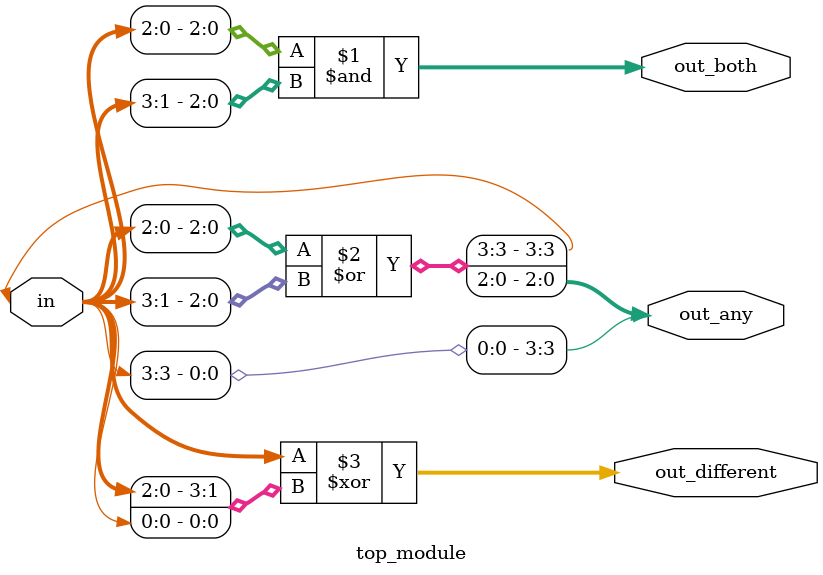
<source format=sv>
module top_module (
	input [3:0] in,
	output [2:0] out_both,
	output [3:0] out_any,
	output [3:0] out_different
);

	assign out_both = in[2:0] & in[3:1];
	assign out_any = in[2:0] | in[3:1];
	assign out_any[3] = in[3];
	assign out_different = in ^ {in[2:0], in[0]};

endmodule

</source>
